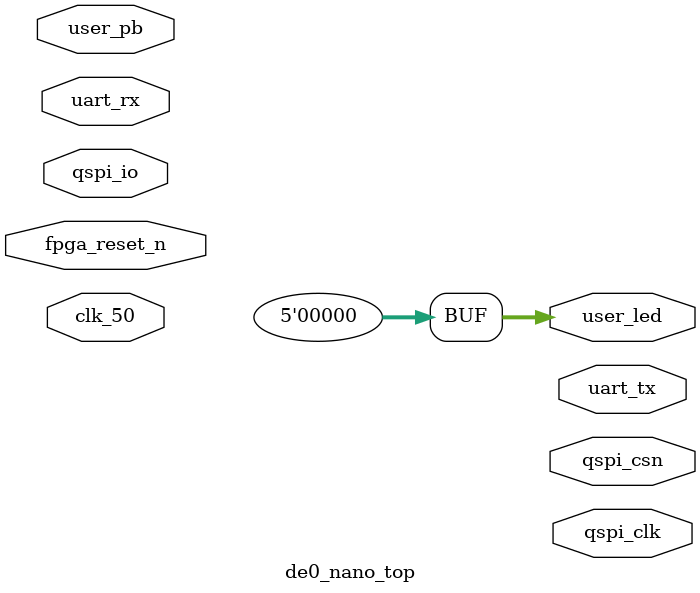
<source format=v>

module de0_nano_top 
(
  input clk_50,
  input fpga_reset_n,

  output qspi_clk,
  inout [3:0] qspi_io,
  output qspi_csn,
  
  input uart_rx,
  output uart_tx,
  
  output [4:0] user_led,
  input [3:0] user_pb
);

  assign user_led = 5'b0;
  
  wire irom_cs;
  wire [23:0] irom_addr;
  wire [31:0] irom_data;
  
  irom irom
  (
    .CLK(clk_50),

    .ADDR(irom_addr),
    .CS(irom_cs),
    .DOUT(irom_data)
  );

  wire [31:0] dram_addr;
  wire dram_cs;
  wire dram_wr;
  wire [3:0] dram_mask;
  wire [31:0] dram_din;
  wire [31:0] dram_dout;
    
  dram dram
  (
    .CLK(clk_50),

    .ADDR(dram_addr),
    .CS(dram_cs),
    .WR(dram_wr),
    .MASK(dram_mask),
    .DIN(dram_din),
    .DOUT(dram_dout)
  );

  wire [3:0] EventPending;
  
  wire [31:0] TEST_PROGRESS;
  wire [31:0] TEST_FAIL;
  wire [31:0] TEST_PASS;
  
  wire [63:0] RcnCore2Event;
  wire [63:0] RcnEvent2Test;
  wire [63:0] RcnTest2Ram;
  wire [63:0] RcnRam2Core;
  
  tawas tawas
  (
    .CLK(clk_50),
    .RST(!fpga_reset_n),

    .ICS(irom_cs),
    .IADDR(irom_addr),
    .IDATA(irom_data),

    .DADDR(dram_addr),
    .DCS(dram_cs),
    .DWR(dram_wr),
    .DMASK(dram_mask),
    .DOUT(dram_din),
    .DIN(dram_dout),
    
    .RCN_OUT(RcnCore2Event),
    .RCN_IN(RcnRam2Core)
  );

  rcn_event #(.ADDR_MASK(20'hFFFE0), .ADDR_BASE(20'hE0000)) rcn_event
  (
    .CLK(clk_50),
    .RST(!fpga_reset_n),

    .EventPending(EventPending),
  
    .RCN_IN(RcnCore2Event),
    .RCN_OUT(RcnEvent2Test)
  );

  rcn_testregs #(.ADDR_MASK(20'hFFFF0), .ADDR_BASE(20'hFFFF0)) rcn_testregs
  (
    .CLK(clk_50),
    .RST(!fpga_reset_n),
    
    .TEST_PROGRESS(),
    .TEST_FAIL(),
    .TEST_PASS(),
  
    .RCN_IN(RcnEvent2Test),
    .RCN_OUT(RcnTest2Ram)
  );

  sram #(.ADDR_MASK(20'hF0000), .ADDR_BASE(20'h00000)) sram
  (
    .CLK(clk_50),
    .RST(!fpga_reset_n),

    .RCN_IN(RcnTest2Ram),
    .RCN_OUT(RcnRam2Core)
  );
  
endmodule

</source>
